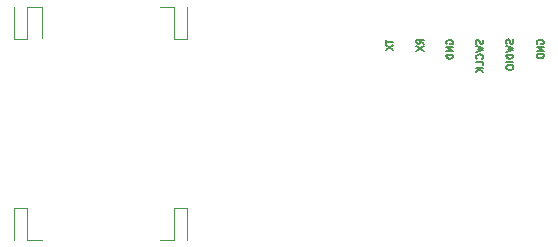
<source format=gbr>
%TF.GenerationSoftware,KiCad,Pcbnew,5.1.9-73d0e3b20d~88~ubuntu20.04.1*%
%TF.CreationDate,2021-04-24T16:55:15+02:00*%
%TF.ProjectId,wally,77616c6c-792e-46b6-9963-61645f706362,v1.01*%
%TF.SameCoordinates,Original*%
%TF.FileFunction,Legend,Bot*%
%TF.FilePolarity,Positive*%
%FSLAX46Y46*%
G04 Gerber Fmt 4.6, Leading zero omitted, Abs format (unit mm)*
G04 Created by KiCad (PCBNEW 5.1.9-73d0e3b20d~88~ubuntu20.04.1) date 2021-04-24 16:55:15*
%MOMM*%
%LPD*%
G01*
G04 APERTURE LIST*
%ADD10C,0.150000*%
%ADD11C,0.120000*%
G04 APERTURE END LIST*
D10*
X159181428Y-92892857D02*
X159181428Y-93235714D01*
X159781428Y-93064285D02*
X159181428Y-93064285D01*
X159181428Y-93378571D02*
X159781428Y-93778571D01*
X159181428Y-93778571D02*
X159781428Y-93378571D01*
X162331428Y-93240000D02*
X162045714Y-93040000D01*
X162331428Y-92897142D02*
X161731428Y-92897142D01*
X161731428Y-93125714D01*
X161760000Y-93182857D01*
X161788571Y-93211428D01*
X161845714Y-93240000D01*
X161931428Y-93240000D01*
X161988571Y-93211428D01*
X162017142Y-93182857D01*
X162045714Y-93125714D01*
X162045714Y-92897142D01*
X161731428Y-93440000D02*
X162331428Y-93840000D01*
X161731428Y-93840000D02*
X162331428Y-93440000D01*
X164290000Y-93252857D02*
X164261428Y-93195714D01*
X164261428Y-93110000D01*
X164290000Y-93024285D01*
X164347142Y-92967142D01*
X164404285Y-92938571D01*
X164518571Y-92910000D01*
X164604285Y-92910000D01*
X164718571Y-92938571D01*
X164775714Y-92967142D01*
X164832857Y-93024285D01*
X164861428Y-93110000D01*
X164861428Y-93167142D01*
X164832857Y-93252857D01*
X164804285Y-93281428D01*
X164604285Y-93281428D01*
X164604285Y-93167142D01*
X164861428Y-93538571D02*
X164261428Y-93538571D01*
X164861428Y-93881428D01*
X164261428Y-93881428D01*
X164861428Y-94167142D02*
X164261428Y-94167142D01*
X164261428Y-94310000D01*
X164290000Y-94395714D01*
X164347142Y-94452857D01*
X164404285Y-94481428D01*
X164518571Y-94510000D01*
X164604285Y-94510000D01*
X164718571Y-94481428D01*
X164775714Y-94452857D01*
X164832857Y-94395714D01*
X164861428Y-94310000D01*
X164861428Y-94167142D01*
X167352857Y-92882857D02*
X167381428Y-92968571D01*
X167381428Y-93111428D01*
X167352857Y-93168571D01*
X167324285Y-93197142D01*
X167267142Y-93225714D01*
X167210000Y-93225714D01*
X167152857Y-93197142D01*
X167124285Y-93168571D01*
X167095714Y-93111428D01*
X167067142Y-92997142D01*
X167038571Y-92940000D01*
X167010000Y-92911428D01*
X166952857Y-92882857D01*
X166895714Y-92882857D01*
X166838571Y-92911428D01*
X166810000Y-92940000D01*
X166781428Y-92997142D01*
X166781428Y-93140000D01*
X166810000Y-93225714D01*
X166781428Y-93425714D02*
X167381428Y-93568571D01*
X166952857Y-93682857D01*
X167381428Y-93797142D01*
X166781428Y-93940000D01*
X167324285Y-94511428D02*
X167352857Y-94482857D01*
X167381428Y-94397142D01*
X167381428Y-94340000D01*
X167352857Y-94254285D01*
X167295714Y-94197142D01*
X167238571Y-94168571D01*
X167124285Y-94140000D01*
X167038571Y-94140000D01*
X166924285Y-94168571D01*
X166867142Y-94197142D01*
X166810000Y-94254285D01*
X166781428Y-94340000D01*
X166781428Y-94397142D01*
X166810000Y-94482857D01*
X166838571Y-94511428D01*
X167381428Y-95054285D02*
X167381428Y-94768571D01*
X166781428Y-94768571D01*
X167381428Y-95254285D02*
X166781428Y-95254285D01*
X167381428Y-95597142D02*
X167038571Y-95340000D01*
X166781428Y-95597142D02*
X167124285Y-95254285D01*
X169912857Y-92878571D02*
X169941428Y-92964285D01*
X169941428Y-93107142D01*
X169912857Y-93164285D01*
X169884285Y-93192857D01*
X169827142Y-93221428D01*
X169770000Y-93221428D01*
X169712857Y-93192857D01*
X169684285Y-93164285D01*
X169655714Y-93107142D01*
X169627142Y-92992857D01*
X169598571Y-92935714D01*
X169570000Y-92907142D01*
X169512857Y-92878571D01*
X169455714Y-92878571D01*
X169398571Y-92907142D01*
X169370000Y-92935714D01*
X169341428Y-92992857D01*
X169341428Y-93135714D01*
X169370000Y-93221428D01*
X169341428Y-93421428D02*
X169941428Y-93564285D01*
X169512857Y-93678571D01*
X169941428Y-93792857D01*
X169341428Y-93935714D01*
X169941428Y-94164285D02*
X169341428Y-94164285D01*
X169341428Y-94307142D01*
X169370000Y-94392857D01*
X169427142Y-94450000D01*
X169484285Y-94478571D01*
X169598571Y-94507142D01*
X169684285Y-94507142D01*
X169798571Y-94478571D01*
X169855714Y-94450000D01*
X169912857Y-94392857D01*
X169941428Y-94307142D01*
X169941428Y-94164285D01*
X169941428Y-94764285D02*
X169341428Y-94764285D01*
X169341428Y-95164285D02*
X169341428Y-95278571D01*
X169370000Y-95335714D01*
X169427142Y-95392857D01*
X169541428Y-95421428D01*
X169741428Y-95421428D01*
X169855714Y-95392857D01*
X169912857Y-95335714D01*
X169941428Y-95278571D01*
X169941428Y-95164285D01*
X169912857Y-95107142D01*
X169855714Y-95050000D01*
X169741428Y-95021428D01*
X169541428Y-95021428D01*
X169427142Y-95050000D01*
X169370000Y-95107142D01*
X169341428Y-95164285D01*
X171930000Y-93222857D02*
X171901428Y-93165714D01*
X171901428Y-93080000D01*
X171930000Y-92994285D01*
X171987142Y-92937142D01*
X172044285Y-92908571D01*
X172158571Y-92880000D01*
X172244285Y-92880000D01*
X172358571Y-92908571D01*
X172415714Y-92937142D01*
X172472857Y-92994285D01*
X172501428Y-93080000D01*
X172501428Y-93137142D01*
X172472857Y-93222857D01*
X172444285Y-93251428D01*
X172244285Y-93251428D01*
X172244285Y-93137142D01*
X172501428Y-93508571D02*
X171901428Y-93508571D01*
X172501428Y-93851428D01*
X171901428Y-93851428D01*
X172501428Y-94137142D02*
X171901428Y-94137142D01*
X171901428Y-94280000D01*
X171930000Y-94365714D01*
X171987142Y-94422857D01*
X172044285Y-94451428D01*
X172158571Y-94480000D01*
X172244285Y-94480000D01*
X172358571Y-94451428D01*
X172415714Y-94422857D01*
X172472857Y-94365714D01*
X172501428Y-94280000D01*
X172501428Y-94137142D01*
D11*
%TO.C,J2*%
X127660000Y-109890000D02*
X127660000Y-107140000D01*
X127660000Y-107140000D02*
X128790000Y-107140000D01*
X128790000Y-107140000D02*
X128790000Y-109890000D01*
X128790000Y-109890000D02*
X129990000Y-109890000D01*
X141210000Y-109890000D02*
X140010000Y-109890000D01*
X141210000Y-107140000D02*
X141210000Y-109890000D01*
X142340000Y-109890000D02*
X142340000Y-107140000D01*
X142340000Y-107140000D02*
X141210000Y-107140000D01*
%TO.C,J3*%
X128790000Y-90110000D02*
X129990000Y-90110000D01*
X128790000Y-92860000D02*
X128790000Y-90110000D01*
X142340000Y-92860000D02*
X141210000Y-92860000D01*
X127660000Y-90110000D02*
X127660000Y-92860000D01*
X142340000Y-90110000D02*
X142340000Y-92860000D01*
X127660000Y-92860000D02*
X128790000Y-92860000D01*
X141210000Y-92860000D02*
X141210000Y-90110000D01*
X141210000Y-90110000D02*
X140010000Y-90110000D01*
X129990000Y-90110000D02*
X129990000Y-92740000D01*
%TD*%
M02*

</source>
